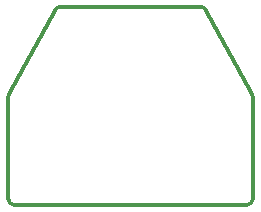
<source format=gbr>
%TF.GenerationSoftware,KiCad,Pcbnew,7.0.8*%
%TF.CreationDate,2023-10-20T13:28:24-04:00*%
%TF.ProjectId,flipper-zero-gbc-link-adapter,666c6970-7065-4722-9d7a-65726f2d6762,rev?*%
%TF.SameCoordinates,Original*%
%TF.FileFunction,Profile,NP*%
%FSLAX46Y46*%
G04 Gerber Fmt 4.6, Leading zero omitted, Abs format (unit mm)*
G04 Created by KiCad (PCBNEW 7.0.8) date 2023-10-20 13:28:24*
%MOMM*%
%LPD*%
G01*
G04 APERTURE LIST*
%TA.AperFunction,Profile*%
%ADD10C,0.350000*%
%TD*%
G04 APERTURE END LIST*
D10*
X95722645Y-96384339D02*
G75*
G03*
X95503714Y-96513596I-45J-249961D01*
G01*
X91940000Y-113134299D02*
X111640000Y-113134299D01*
X91440000Y-104013000D02*
X91440000Y-112634299D01*
X112140000Y-112634299D02*
X112140000Y-104013000D01*
X111640000Y-113134300D02*
G75*
G03*
X112140000Y-112634299I-100J500100D01*
G01*
X107857355Y-96384300D02*
X95722645Y-96384300D01*
X91502118Y-103771581D02*
G75*
G03*
X91440000Y-104013000I437682J-241319D01*
G01*
X91440001Y-112634299D02*
G75*
G03*
X91940000Y-113134299I500099J99D01*
G01*
X112139999Y-104013000D02*
G75*
G03*
X112077860Y-103771593I-499999J0D01*
G01*
X112077861Y-103771592D02*
X108076286Y-96513596D01*
X95503714Y-96513596D02*
X91502139Y-103771592D01*
X108076289Y-96513595D02*
G75*
G03*
X107857355Y-96384300I-218989J-120805D01*
G01*
M02*

</source>
